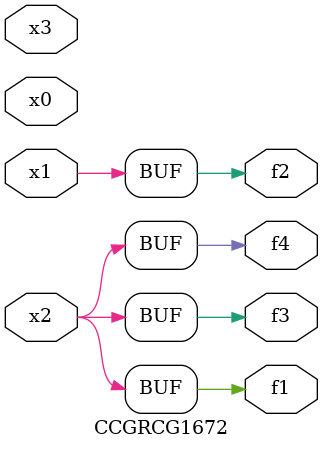
<source format=v>
module CCGRCG1672(
	input x0, x1, x2, x3,
	output f1, f2, f3, f4
);
	assign f1 = x2;
	assign f2 = x1;
	assign f3 = x2;
	assign f4 = x2;
endmodule

</source>
